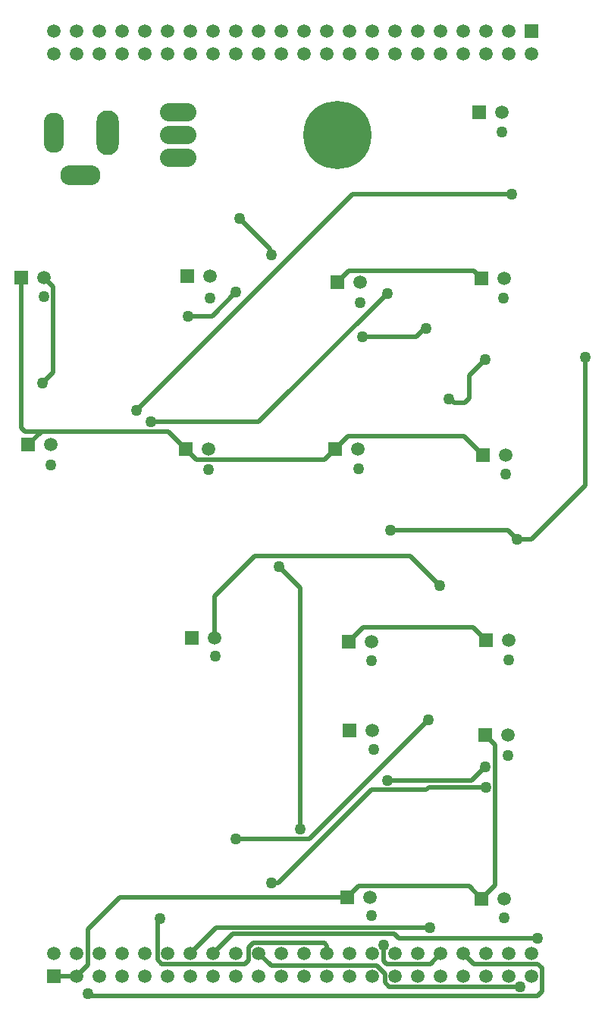
<source format=gbl>
G04*
G04 #@! TF.GenerationSoftware,Altium Limited,Altium Designer,19.1.5 (86)*
G04*
G04 Layer_Physical_Order=2*
G04 Layer_Color=16711680*
%FSLAX25Y25*%
%MOIN*%
G70*
G01*
G75*
%ADD35C,0.02000*%
%ADD36C,0.05906*%
%ADD37R,0.05906X0.05906*%
%ADD38O,0.16000X0.08000*%
%ADD39C,0.30000*%
%ADD40O,0.09843X0.19685*%
%ADD41O,0.08858X0.17717*%
%ADD42O,0.17717X0.08858*%
%ADD43C,0.05000*%
D35*
X216000Y100000D02*
X222000Y106000D01*
X179000Y100000D02*
X216000D01*
X226350Y53850D02*
Y115650D01*
X220500Y48000D02*
X226350Y53850D01*
X222000Y120000D02*
X226350Y115650D01*
X172000Y95900D02*
X196119D01*
X197319Y97100D01*
X222250D01*
X131100Y55000D02*
X172000Y95900D01*
X232000Y210000D02*
X236000Y206000D01*
X180500Y210000D02*
X232000D01*
X236000Y206000D02*
X242500D01*
X266000Y229500D01*
Y286000D01*
X120850Y198750D02*
X189050D01*
X103000Y180900D02*
X120850Y198750D01*
X189050D02*
X202000Y185800D01*
X131247Y193953D02*
X140600Y184600D01*
X122500Y257700D02*
X178900Y314100D01*
X74900Y257700D02*
X122500D01*
X168000Y295000D02*
X191722D01*
X195222Y298500D01*
X196000D01*
X102000Y304000D02*
X112500Y314500D01*
X91500Y304000D02*
X102000D01*
X206812Y267500D02*
X208312Y266000D01*
X206000Y267500D02*
X206812D01*
X208312Y266000D02*
X213000D01*
X215000Y268000D01*
Y278000D01*
X222000Y285000D01*
X127426Y331574D02*
X128000Y331000D01*
X127426Y331574D02*
Y333574D01*
X114000Y347000D02*
X127426Y333574D01*
X26900Y253400D02*
X82600D01*
X19600D02*
X26900D01*
X90500Y245500D02*
X95100Y240900D01*
X151400D01*
X156000Y245500D01*
X103800Y35300D02*
X197600D01*
X92500Y24000D02*
X103800Y35300D01*
X144680Y74274D02*
X196900Y126495D01*
X112500Y74274D02*
X144680D01*
X152500Y24000D02*
Y27350D01*
X151250Y28600D02*
X152500Y27350D01*
X120000Y28600D02*
X151250D01*
X117900Y26500D02*
X120000Y28600D01*
X117900Y21050D02*
Y26500D01*
X116250Y19400D02*
X117900Y21050D01*
X79750Y19400D02*
X116250D01*
X77900Y21250D02*
X79750Y19400D01*
X77900Y21250D02*
Y38200D01*
X79000Y39300D01*
X140600Y78800D02*
Y184600D01*
X47500Y6200D02*
X48400Y5300D01*
X245000D01*
X247100Y7400D01*
Y17500D01*
X245200Y19400D02*
X247100Y17500D01*
X217100Y19400D02*
X245200D01*
X212500Y24000D02*
X217100Y19400D01*
X161500Y48500D02*
X166500Y53500D01*
X215000D01*
X220500Y48000D01*
X157000Y319000D02*
X162000Y324000D01*
X217000D01*
X220500Y320500D01*
X28000Y321000D02*
X32100Y316900D01*
Y279400D02*
Y316900D01*
X27500Y274800D02*
X32100Y279400D01*
X122500Y24000D02*
X127900Y18600D01*
X174339D01*
X177900Y15039D01*
Y11250D02*
Y15039D01*
Y11250D02*
X179750Y9400D01*
X237500D01*
X127900Y55000D02*
X131100D01*
X18000Y255000D02*
Y321000D01*
Y255000D02*
X19600Y253400D01*
X68700Y262600D02*
X163700Y357600D01*
X233600D01*
X103000Y162500D02*
Y180900D01*
X177500Y20650D02*
Y27600D01*
Y20650D02*
X178750Y19400D01*
X197900D01*
X202500Y24000D01*
X184200Y30500D02*
X245200D01*
X182200Y32500D02*
X184200Y30500D01*
X111000Y32500D02*
X182200D01*
X102500Y24000D02*
X111000Y32500D01*
X216700Y167300D02*
X222500Y161500D01*
X168300Y167300D02*
X216700D01*
X162000Y161000D02*
X168300Y167300D01*
X156000Y245500D02*
X161800Y251300D01*
X212700D01*
X221000Y243000D01*
X82600Y253400D02*
X90500Y245500D01*
X21000Y247500D02*
X26900Y253400D01*
X61400Y48500D02*
X161500D01*
X47500Y34600D02*
X61400Y48500D01*
X47500Y19000D02*
Y34600D01*
X42500Y14000D02*
X47500Y19000D01*
X32500Y14000D02*
X42500D01*
D36*
X242500Y24000D02*
D03*
Y14000D02*
D03*
X232500Y24000D02*
D03*
Y14000D02*
D03*
X222500Y24000D02*
D03*
Y14000D02*
D03*
X212500Y24000D02*
D03*
Y14000D02*
D03*
X202500Y24000D02*
D03*
Y14000D02*
D03*
X192500Y24000D02*
D03*
Y14000D02*
D03*
X182500Y24000D02*
D03*
Y14000D02*
D03*
X172500Y24000D02*
D03*
Y14000D02*
D03*
X162500Y24000D02*
D03*
Y14000D02*
D03*
X152500Y24000D02*
D03*
Y14000D02*
D03*
X142500Y24000D02*
D03*
Y14000D02*
D03*
X132500Y24000D02*
D03*
Y14000D02*
D03*
X122500Y24000D02*
D03*
Y14000D02*
D03*
X112500Y24000D02*
D03*
Y14000D02*
D03*
X102500Y24000D02*
D03*
Y14000D02*
D03*
X92500Y24000D02*
D03*
Y14000D02*
D03*
X82500Y24000D02*
D03*
Y14000D02*
D03*
X72500Y24000D02*
D03*
Y14000D02*
D03*
X62500Y24000D02*
D03*
Y14000D02*
D03*
X52500Y24000D02*
D03*
Y14000D02*
D03*
X42500D02*
D03*
X32500Y24000D02*
D03*
X42500D02*
D03*
X32500Y419374D02*
D03*
Y429374D02*
D03*
X42500Y419374D02*
D03*
Y429374D02*
D03*
X52500Y419374D02*
D03*
Y429374D02*
D03*
X62500Y419374D02*
D03*
Y429374D02*
D03*
X72500Y419374D02*
D03*
Y429374D02*
D03*
X82500Y419374D02*
D03*
Y429374D02*
D03*
X92500Y419374D02*
D03*
Y429374D02*
D03*
X102500Y419374D02*
D03*
Y429374D02*
D03*
X112500Y419374D02*
D03*
Y429374D02*
D03*
X122500Y419374D02*
D03*
Y429374D02*
D03*
X132500Y419374D02*
D03*
Y429374D02*
D03*
X142500Y419374D02*
D03*
Y429374D02*
D03*
X152500Y419374D02*
D03*
Y429374D02*
D03*
X162500Y419374D02*
D03*
Y429374D02*
D03*
X172500Y419374D02*
D03*
Y429374D02*
D03*
X182500Y419374D02*
D03*
Y429374D02*
D03*
X192500Y419374D02*
D03*
Y429374D02*
D03*
X202500Y419374D02*
D03*
Y429374D02*
D03*
X212500Y419374D02*
D03*
Y429374D02*
D03*
X222500Y419374D02*
D03*
Y429374D02*
D03*
X232500D02*
D03*
X242500Y419374D02*
D03*
X232500D02*
D03*
X28000Y321000D02*
D03*
X31000Y247500D02*
D03*
X171500Y48500D02*
D03*
X172500Y122000D02*
D03*
X172000Y161000D02*
D03*
X166000Y245500D02*
D03*
X101000Y321500D02*
D03*
X100500Y245500D02*
D03*
X230500Y48000D02*
D03*
X232000Y120000D02*
D03*
X232500Y161500D02*
D03*
X103000Y162500D02*
D03*
X167000Y319000D02*
D03*
X231000Y243000D02*
D03*
X230500Y320500D02*
D03*
X229500Y393500D02*
D03*
D37*
X32500Y14000D02*
D03*
X242500Y429374D02*
D03*
X18000Y321000D02*
D03*
X21000Y247500D02*
D03*
X161500Y48500D02*
D03*
X162500Y122000D02*
D03*
X162000Y161000D02*
D03*
X156000Y245500D02*
D03*
X91000Y321500D02*
D03*
X90500Y245500D02*
D03*
X220500Y48000D02*
D03*
X222000Y120000D02*
D03*
X222500Y161500D02*
D03*
X93000Y162500D02*
D03*
X157000Y319000D02*
D03*
X221000Y243000D02*
D03*
X220500Y320500D02*
D03*
X219500Y393500D02*
D03*
D38*
X87000D02*
D03*
Y383500D02*
D03*
Y373500D02*
D03*
D39*
X157000Y383500D02*
D03*
D40*
X56000Y384500D02*
D03*
D41*
X32378D02*
D03*
D42*
X44189Y365996D02*
D03*
D43*
X222000Y106000D02*
D03*
X179000Y100000D02*
D03*
X180500Y210000D02*
D03*
X236000Y206000D02*
D03*
X266000Y286000D02*
D03*
X168000Y295000D02*
D03*
X196000Y298500D02*
D03*
X112500Y314500D02*
D03*
X91500Y304000D02*
D03*
X206000Y267500D02*
D03*
X222000Y285000D02*
D03*
X128000Y331000D02*
D03*
X114000Y347000D02*
D03*
X197600Y35300D02*
D03*
X196900Y126495D02*
D03*
X112500Y74274D02*
D03*
X79000Y39300D02*
D03*
X131247Y193953D02*
D03*
X140600Y78800D02*
D03*
X47500Y6200D02*
D03*
X27500Y274800D02*
D03*
X237500Y9400D02*
D03*
X127900Y55000D02*
D03*
X222250Y97100D02*
D03*
X74900Y257700D02*
D03*
X178900Y314100D02*
D03*
X68700Y262600D02*
D03*
X233600Y357600D02*
D03*
X202000Y185800D02*
D03*
X177500Y27600D02*
D03*
X245200Y30500D02*
D03*
X172000Y40500D02*
D03*
X230500Y39500D02*
D03*
X232000Y111000D02*
D03*
X232500Y153000D02*
D03*
X172000Y152500D02*
D03*
X173000Y113500D02*
D03*
X103500Y154500D02*
D03*
X166500Y237000D02*
D03*
X28000Y312500D02*
D03*
X101000Y312000D02*
D03*
X229500Y385000D02*
D03*
X230000Y312000D02*
D03*
X167000Y310000D02*
D03*
X231000Y234500D02*
D03*
X100500Y236500D02*
D03*
X31000Y238500D02*
D03*
M02*

</source>
